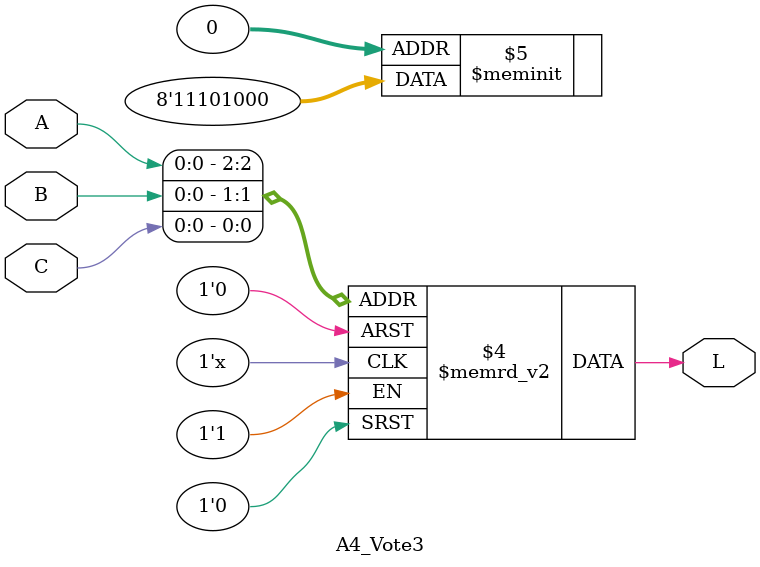
<source format=v>
module A4_Vote3			//模块名A4_Vote3,即模块的开始
(
	//输入端口
	A,B,C,
	//输出端口
	L
);
//---------------------------------------------------------------------------
//--	外部端口声明
//---------------------------------------------------------------------------
input   		A;          //模块的输入端口A
input   		B;          //模块的输入端口B
input   		C;          //模块的输入端口C
output reg 	L;          //模块的输出端口L

//---------------------------------------------------------------------------
//--	逻辑功能实现	
//---------------------------------------------------------------------------
always @ (A,C,B)			//always在组合逻辑中的用法
begin							//always @ (A,B,C)解析：只要A,B,C
	case({A,B,C})			//其中有一个信号有变化便会执行begin中的case语句
		3'b000: L = 1'b0;	//也可以写成always @ (*)，与always @ (A,B,C)功能相同
		3'b001: L = 1'b0;	//{A,B,C}解析：把A,B,C三条线合成一条总线
		3'b010: L = 1'b0;	//举例说明：{1'b1,1'b0}=2'b10
		3'b011: L = 1'b1;	//
		3'b100: L = 1'b0;
		3'b101: L = 1'b1;
		3'b110: L = 1'b1;
		3'b111: L = 1'b1;
		default:L = 1'bx;	//不要省略
	endcase					//case语句的结束
end							//begin语句的结束

endmodule					//module语句的结束

</source>
